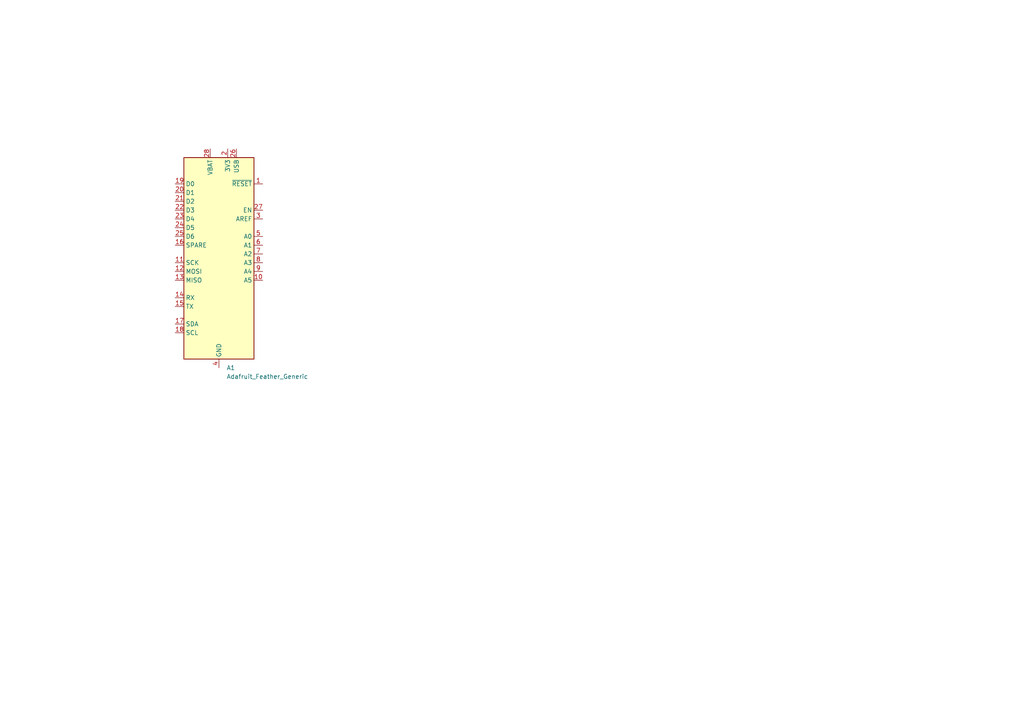
<source format=kicad_sch>
(kicad_sch (version 20231120) (generator "eeschema") (generator_version "8.0")
  (paper "A4")
  (lib_symbols
    (symbol "MCU_Module:Adafruit_Feather_Generic"
      (property "Reference" "A" (at -10.16 29.21 0))
      (property "Value" "Adafruit_Feather_Generic" (at 2.54 -31.75 0))
      (symbol "Adafruit_Feather_Generic_0_1"
        (rectangle (start -10.16 27.94) (end 10.16 -30.48) (stroke (width 0.254)) (fill (type background)))
      )
      (symbol "Adafruit_Feather_Generic_1_1"
        (pin input line (at 12.7 20.32 180) (length 2.54) (name "~{RESET}") (number "1"))
        (pin bidirectional line (at 12.7 -7.62 180) (length 2.54) (name "A5") (number "10"))
        (pin bidirectional line (at -12.7 -2.54 0) (length 2.54) (name "SCK") (number "11"))
        (pin bidirectional line (at -12.7 -5.08 0) (length 2.54) (name "MOSI") (number "12"))
        (pin bidirectional line (at -12.7 -7.62 0) (length 2.54) (name "MISO") (number "13"))
        (pin bidirectional line (at -12.7 -12.7 0) (length 2.54) (name "RX") (number "14"))
        (pin bidirectional line (at -12.7 -15.24 0) (length 2.54) (name "TX") (number "15"))
        (pin bidirectional line (at -12.7 2.54 0) (length 2.54) (name "SPARE") (number "16"))
        (pin bidirectional line (at -12.7 -20.32 0) (length 2.54) (name "SDA") (number "17"))
        (pin bidirectional line (at -12.7 -22.86 0) (length 2.54) (name "SCL") (number "18"))
        (pin bidirectional line (at -12.7 20.32 0) (length 2.54) (name "D0") (number "19"))
        (pin power_in line (at 2.54 30.48 270) (length 2.54) (name "3V3") (number "2"))
        (pin bidirectional line (at -12.7 17.78 0) (length 2.54) (name "D1") (number "20"))
        (pin bidirectional line (at -12.7 15.24 0) (length 2.54) (name "D2") (number "21"))
        (pin bidirectional line (at -12.7 12.7 0) (length 2.54) (name "D3") (number "22"))
        (pin bidirectional line (at -12.7 10.16 0) (length 2.54) (name "D4") (number "23"))
        (pin bidirectional line (at -12.7 7.62 0) (length 2.54) (name "D5") (number "24"))
        (pin bidirectional line (at -12.7 5.08 0) (length 2.54) (name "D6") (number "25"))
        (pin power_in line (at 5.08 30.48 270) (length 2.54) (name "USB") (number "26"))
        (pin input line (at 12.7 12.7 180) (length 2.54) (name "EN") (number "27"))
        (pin power_in line (at -2.54 30.48 270) (length 2.54) (name "VBAT") (number "28"))
        (pin input line (at 12.7 10.16 180) (length 2.54) (name "AREF") (number "3"))
        (pin power_in line (at 0 -33.02 90) (length 2.54) (name "GND") (number "4"))
        (pin bidirectional line (at 12.7 5.08 180) (length 2.54) (name "A0") (number "5"))
        (pin bidirectional line (at 12.7 2.54 180) (length 2.54) (name "A1") (number "6"))
        (pin bidirectional line (at 12.7 0 180) (length 2.54) (name "A2") (number "7"))
        (pin bidirectional line (at 12.7 -2.54 180) (length 2.54) (name "A3") (number "8"))
        (pin bidirectional line (at 12.7 -5.08 180) (length 2.54) (name "A4") (number "9"))
      )
    )
  )
  (symbol (lib_id "MCU_Module:Adafruit_Feather_Generic") (at 63.5 73.66 0) (unit 1)
    (property "Reference" "A1" (at 65.6941 106.68 0) (effects (justify left)))
    (property "Value" "Adafruit_Feather_Generic" (at 65.6941 109.22 0) (effects (justify left)))
    (property "Footprint" "Module:Adafruit_Feather" (effects (hide yes)))
    (property "Datasheet" "https://cdn-learn.adafruit.com/downloads/pdf/adafruit-feather.pdf" (effects (hide yes)))
    (property "Description" "Microcontroller module in various flavor, generic symbol" (effects (hide yes)))
  )
)
</source>
